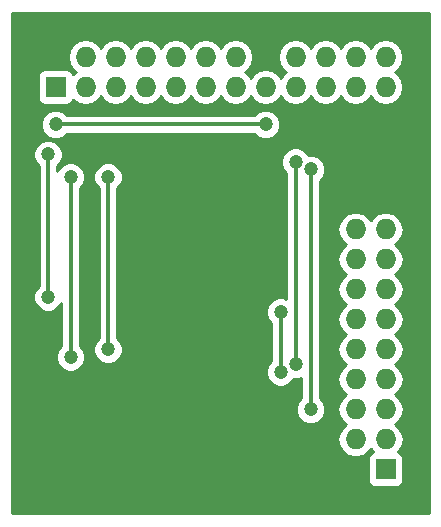
<source format=gbr>
G04 #@! TF.FileFunction,Copper,L1,Top,Signal*
%FSLAX46Y46*%
G04 Gerber Fmt 4.6, Leading zero omitted, Abs format (unit mm)*
G04 Created by KiCad (PCBNEW (2015-03-23 BZR 5533)-product) date Mon 17 Aug 2015 16:01:52 SAST*
%MOMM*%
G01*
G04 APERTURE LIST*
%ADD10C,0.100000*%
%ADD11R,1.727200X1.727200*%
%ADD12O,1.727200X1.727200*%
%ADD13C,1.200000*%
%ADD14C,0.300000*%
%ADD15C,0.254000*%
G04 APERTURE END LIST*
D10*
D11*
X81915000Y-81280000D03*
D12*
X81915000Y-78740000D03*
X84455000Y-81280000D03*
X84455000Y-78740000D03*
X86995000Y-81280000D03*
X86995000Y-78740000D03*
X89535000Y-81280000D03*
X89535000Y-78740000D03*
X92075000Y-81280000D03*
X92075000Y-78740000D03*
X94615000Y-81280000D03*
X94615000Y-78740000D03*
X97155000Y-81280000D03*
X97155000Y-78740000D03*
X99695000Y-81280000D03*
X99695000Y-78740000D03*
X102235000Y-81280000D03*
X102235000Y-78740000D03*
X104775000Y-81280000D03*
X104775000Y-78740000D03*
X107315000Y-81280000D03*
X107315000Y-78740000D03*
X109855000Y-81280000D03*
X109855000Y-78740000D03*
D11*
X109855000Y-113665000D03*
D12*
X107315000Y-113665000D03*
X109855000Y-111125000D03*
X107315000Y-111125000D03*
X109855000Y-108585000D03*
X107315000Y-108585000D03*
X109855000Y-106045000D03*
X107315000Y-106045000D03*
X109855000Y-103505000D03*
X107315000Y-103505000D03*
X109855000Y-100965000D03*
X107315000Y-100965000D03*
X109855000Y-98425000D03*
X107315000Y-98425000D03*
X109855000Y-95885000D03*
X107315000Y-95885000D03*
X109855000Y-93345000D03*
X107315000Y-93345000D03*
D13*
X99695000Y-84455000D03*
X81915000Y-84455000D03*
X81280000Y-86995000D03*
X81280000Y-99060000D03*
X86360000Y-88900000D03*
X86360000Y-103505000D03*
X83185000Y-88900000D03*
X83185000Y-104140000D03*
X100965000Y-100330000D03*
X100965000Y-105410000D03*
X102235000Y-87630000D03*
X102235000Y-104775000D03*
X103505000Y-88265000D03*
X103505000Y-108585000D03*
D14*
X81915000Y-84455000D02*
X99695000Y-84455000D01*
X81280000Y-99060000D02*
X81280000Y-86995000D01*
X86360000Y-88900000D02*
X86360000Y-103505000D01*
X83185000Y-104140000D02*
X83185000Y-88900000D01*
X100965000Y-100330000D02*
X100965000Y-105410000D01*
X102235000Y-103505000D02*
X102235000Y-87630000D01*
X102235000Y-104775000D02*
X102235000Y-103505000D01*
X103505000Y-107315000D02*
X103505000Y-88265000D01*
X103505000Y-108585000D02*
X103505000Y-107315000D01*
D15*
G36*
X113538000Y-117348000D02*
X111382959Y-117348000D01*
X111382959Y-111125000D01*
X111268885Y-110551511D01*
X110944029Y-110065330D01*
X110629248Y-109855000D01*
X110944029Y-109644670D01*
X111268885Y-109158489D01*
X111382959Y-108585000D01*
X111268885Y-108011511D01*
X110944029Y-107525330D01*
X110629248Y-107315000D01*
X110944029Y-107104670D01*
X111268885Y-106618489D01*
X111382959Y-106045000D01*
X111268885Y-105471511D01*
X110944029Y-104985330D01*
X110629248Y-104775000D01*
X110944029Y-104564670D01*
X111268885Y-104078489D01*
X111382959Y-103505000D01*
X111268885Y-102931511D01*
X110944029Y-102445330D01*
X110629248Y-102235000D01*
X110944029Y-102024670D01*
X111268885Y-101538489D01*
X111382959Y-100965000D01*
X111268885Y-100391511D01*
X110944029Y-99905330D01*
X110629248Y-99695000D01*
X110944029Y-99484670D01*
X111268885Y-98998489D01*
X111382959Y-98425000D01*
X111268885Y-97851511D01*
X110944029Y-97365330D01*
X110629248Y-97155000D01*
X110944029Y-96944670D01*
X111268885Y-96458489D01*
X111382959Y-95885000D01*
X111268885Y-95311511D01*
X110944029Y-94825330D01*
X110629248Y-94615000D01*
X110944029Y-94404670D01*
X111268885Y-93918489D01*
X111382959Y-93345000D01*
X111353600Y-93197402D01*
X111353600Y-81309359D01*
X111353600Y-81250641D01*
X111239526Y-80677152D01*
X110914670Y-80190971D01*
X110643827Y-80010000D01*
X110914670Y-79829029D01*
X111239526Y-79342848D01*
X111353600Y-78769359D01*
X111353600Y-78710641D01*
X111239526Y-78137152D01*
X110914670Y-77650971D01*
X110428489Y-77326115D01*
X109855000Y-77212041D01*
X109281511Y-77326115D01*
X108795330Y-77650971D01*
X108585000Y-77965751D01*
X108374670Y-77650971D01*
X107888489Y-77326115D01*
X107315000Y-77212041D01*
X106741511Y-77326115D01*
X106255330Y-77650971D01*
X106045000Y-77965751D01*
X105834670Y-77650971D01*
X105348489Y-77326115D01*
X104775000Y-77212041D01*
X104201511Y-77326115D01*
X103715330Y-77650971D01*
X103505000Y-77965751D01*
X103294670Y-77650971D01*
X102808489Y-77326115D01*
X102235000Y-77212041D01*
X101661511Y-77326115D01*
X101175330Y-77650971D01*
X100850474Y-78137152D01*
X100736400Y-78710641D01*
X100736400Y-78769359D01*
X100850474Y-79342848D01*
X101175330Y-79829029D01*
X101446172Y-80010000D01*
X101175330Y-80190971D01*
X100965000Y-80505751D01*
X100754670Y-80190971D01*
X100268489Y-79866115D01*
X99695000Y-79752041D01*
X99121511Y-79866115D01*
X98635330Y-80190971D01*
X98425000Y-80505751D01*
X98214670Y-80190971D01*
X97943827Y-80010000D01*
X98214670Y-79829029D01*
X98539526Y-79342848D01*
X98653600Y-78769359D01*
X98653600Y-78710641D01*
X98539526Y-78137152D01*
X98214670Y-77650971D01*
X97728489Y-77326115D01*
X97155000Y-77212041D01*
X96581511Y-77326115D01*
X96095330Y-77650971D01*
X95885000Y-77965751D01*
X95674670Y-77650971D01*
X95188489Y-77326115D01*
X94615000Y-77212041D01*
X94041511Y-77326115D01*
X93555330Y-77650971D01*
X93345000Y-77965751D01*
X93134670Y-77650971D01*
X92648489Y-77326115D01*
X92075000Y-77212041D01*
X91501511Y-77326115D01*
X91015330Y-77650971D01*
X90805000Y-77965751D01*
X90594670Y-77650971D01*
X90108489Y-77326115D01*
X89535000Y-77212041D01*
X88961511Y-77326115D01*
X88475330Y-77650971D01*
X88265000Y-77965751D01*
X88054670Y-77650971D01*
X87568489Y-77326115D01*
X86995000Y-77212041D01*
X86421511Y-77326115D01*
X85935330Y-77650971D01*
X85725000Y-77965751D01*
X85514670Y-77650971D01*
X85028489Y-77326115D01*
X84455000Y-77212041D01*
X83881511Y-77326115D01*
X83395330Y-77650971D01*
X83070474Y-78137152D01*
X82956400Y-78710641D01*
X82956400Y-78769359D01*
X83070474Y-79342848D01*
X83395330Y-79829029D01*
X83666172Y-80010000D01*
X83395330Y-80190971D01*
X83385233Y-80206081D01*
X83379063Y-80174277D01*
X83239273Y-79961473D01*
X83028240Y-79819023D01*
X82778600Y-79768960D01*
X81051400Y-79768960D01*
X80809277Y-79815937D01*
X80596473Y-79955727D01*
X80454023Y-80166760D01*
X80403960Y-80416400D01*
X80403960Y-82143600D01*
X80450937Y-82385723D01*
X80590727Y-82598527D01*
X80801760Y-82740977D01*
X81051400Y-82791040D01*
X82778600Y-82791040D01*
X83020723Y-82744063D01*
X83233527Y-82604273D01*
X83375977Y-82393240D01*
X83384179Y-82352340D01*
X83395330Y-82369029D01*
X83881511Y-82693885D01*
X84455000Y-82807959D01*
X85028489Y-82693885D01*
X85514670Y-82369029D01*
X85725000Y-82054248D01*
X85935330Y-82369029D01*
X86421511Y-82693885D01*
X86995000Y-82807959D01*
X87568489Y-82693885D01*
X88054670Y-82369029D01*
X88265000Y-82054248D01*
X88475330Y-82369029D01*
X88961511Y-82693885D01*
X89535000Y-82807959D01*
X90108489Y-82693885D01*
X90594670Y-82369029D01*
X90805000Y-82054248D01*
X91015330Y-82369029D01*
X91501511Y-82693885D01*
X92075000Y-82807959D01*
X92648489Y-82693885D01*
X93134670Y-82369029D01*
X93345000Y-82054248D01*
X93555330Y-82369029D01*
X94041511Y-82693885D01*
X94615000Y-82807959D01*
X95188489Y-82693885D01*
X95674670Y-82369029D01*
X95885000Y-82054248D01*
X96095330Y-82369029D01*
X96581511Y-82693885D01*
X97155000Y-82807959D01*
X97728489Y-82693885D01*
X98214670Y-82369029D01*
X98425000Y-82054248D01*
X98635330Y-82369029D01*
X99121511Y-82693885D01*
X99695000Y-82807959D01*
X100268489Y-82693885D01*
X100754670Y-82369029D01*
X100965000Y-82054248D01*
X101175330Y-82369029D01*
X101661511Y-82693885D01*
X102235000Y-82807959D01*
X102808489Y-82693885D01*
X103294670Y-82369029D01*
X103505000Y-82054248D01*
X103715330Y-82369029D01*
X104201511Y-82693885D01*
X104775000Y-82807959D01*
X105348489Y-82693885D01*
X105834670Y-82369029D01*
X106045000Y-82054248D01*
X106255330Y-82369029D01*
X106741511Y-82693885D01*
X107315000Y-82807959D01*
X107888489Y-82693885D01*
X108374670Y-82369029D01*
X108585000Y-82054248D01*
X108795330Y-82369029D01*
X109281511Y-82693885D01*
X109855000Y-82807959D01*
X110428489Y-82693885D01*
X110914670Y-82369029D01*
X111239526Y-81882848D01*
X111353600Y-81309359D01*
X111353600Y-93197402D01*
X111268885Y-92771511D01*
X110944029Y-92285330D01*
X110457848Y-91960474D01*
X109884359Y-91846400D01*
X109825641Y-91846400D01*
X109252152Y-91960474D01*
X108765971Y-92285330D01*
X108585000Y-92556172D01*
X108404029Y-92285330D01*
X107917848Y-91960474D01*
X107344359Y-91846400D01*
X107285641Y-91846400D01*
X106712152Y-91960474D01*
X106225971Y-92285330D01*
X105901115Y-92771511D01*
X105787041Y-93345000D01*
X105901115Y-93918489D01*
X106225971Y-94404670D01*
X106540751Y-94615000D01*
X106225971Y-94825330D01*
X105901115Y-95311511D01*
X105787041Y-95885000D01*
X105901115Y-96458489D01*
X106225971Y-96944670D01*
X106540751Y-97155000D01*
X106225971Y-97365330D01*
X105901115Y-97851511D01*
X105787041Y-98425000D01*
X105901115Y-98998489D01*
X106225971Y-99484670D01*
X106540751Y-99695000D01*
X106225971Y-99905330D01*
X105901115Y-100391511D01*
X105787041Y-100965000D01*
X105901115Y-101538489D01*
X106225971Y-102024670D01*
X106540751Y-102235000D01*
X106225971Y-102445330D01*
X105901115Y-102931511D01*
X105787041Y-103505000D01*
X105901115Y-104078489D01*
X106225971Y-104564670D01*
X106540751Y-104775000D01*
X106225971Y-104985330D01*
X105901115Y-105471511D01*
X105787041Y-106045000D01*
X105901115Y-106618489D01*
X106225971Y-107104670D01*
X106540751Y-107315000D01*
X106225971Y-107525330D01*
X105901115Y-108011511D01*
X105787041Y-108585000D01*
X105901115Y-109158489D01*
X106225971Y-109644670D01*
X106540751Y-109855000D01*
X106225971Y-110065330D01*
X105901115Y-110551511D01*
X105787041Y-111125000D01*
X105901115Y-111698489D01*
X106225971Y-112184670D01*
X106712152Y-112509526D01*
X107285641Y-112623600D01*
X107344359Y-112623600D01*
X107917848Y-112509526D01*
X108404029Y-112184670D01*
X108585000Y-111913827D01*
X108765971Y-112184670D01*
X108781081Y-112194766D01*
X108749277Y-112200937D01*
X108536473Y-112340727D01*
X108394023Y-112551760D01*
X108343960Y-112801400D01*
X108343960Y-114528600D01*
X108390937Y-114770723D01*
X108530727Y-114983527D01*
X108741760Y-115125977D01*
X108991400Y-115176040D01*
X110718600Y-115176040D01*
X110960723Y-115129063D01*
X111173527Y-114989273D01*
X111315977Y-114778240D01*
X111366040Y-114528600D01*
X111366040Y-112801400D01*
X111319063Y-112559277D01*
X111179273Y-112346473D01*
X110968240Y-112204023D01*
X110927340Y-112195820D01*
X110944029Y-112184670D01*
X111268885Y-111698489D01*
X111382959Y-111125000D01*
X111382959Y-117348000D01*
X104740214Y-117348000D01*
X104740214Y-108340421D01*
X104552592Y-107886343D01*
X104290000Y-107623291D01*
X104290000Y-107315000D01*
X104290000Y-89226399D01*
X104551371Y-88965485D01*
X104739785Y-88511734D01*
X104740214Y-88020421D01*
X104552592Y-87566343D01*
X104205485Y-87218629D01*
X103751734Y-87030215D01*
X103323290Y-87029840D01*
X103282592Y-86931343D01*
X102935485Y-86583629D01*
X102481734Y-86395215D01*
X101990421Y-86394786D01*
X101536343Y-86582408D01*
X101188629Y-86929515D01*
X101000215Y-87383266D01*
X100999786Y-87874579D01*
X101187408Y-88328657D01*
X101450000Y-88591708D01*
X101450000Y-99194151D01*
X101211734Y-99095215D01*
X100930214Y-99094969D01*
X100930214Y-84210421D01*
X100742592Y-83756343D01*
X100395485Y-83408629D01*
X99941734Y-83220215D01*
X99450421Y-83219786D01*
X98996343Y-83407408D01*
X98733291Y-83670000D01*
X82876399Y-83670000D01*
X82615485Y-83408629D01*
X82161734Y-83220215D01*
X81670421Y-83219786D01*
X81216343Y-83407408D01*
X80868629Y-83754515D01*
X80680215Y-84208266D01*
X80679786Y-84699579D01*
X80867408Y-85153657D01*
X81214515Y-85501371D01*
X81668266Y-85689785D01*
X82159579Y-85690214D01*
X82613657Y-85502592D01*
X82876708Y-85240000D01*
X98733600Y-85240000D01*
X98994515Y-85501371D01*
X99448266Y-85689785D01*
X99939579Y-85690214D01*
X100393657Y-85502592D01*
X100741371Y-85155485D01*
X100929785Y-84701734D01*
X100930214Y-84210421D01*
X100930214Y-99094969D01*
X100720421Y-99094786D01*
X100266343Y-99282408D01*
X99918629Y-99629515D01*
X99730215Y-100083266D01*
X99729786Y-100574579D01*
X99917408Y-101028657D01*
X100180000Y-101291708D01*
X100180000Y-104448600D01*
X99918629Y-104709515D01*
X99730215Y-105163266D01*
X99729786Y-105654579D01*
X99917408Y-106108657D01*
X100264515Y-106456371D01*
X100718266Y-106644785D01*
X101209579Y-106645214D01*
X101663657Y-106457592D01*
X102011371Y-106110485D01*
X102053161Y-106009841D01*
X102479579Y-106010214D01*
X102720000Y-105910873D01*
X102720000Y-107315000D01*
X102720000Y-107623600D01*
X102458629Y-107884515D01*
X102270215Y-108338266D01*
X102269786Y-108829579D01*
X102457408Y-109283657D01*
X102804515Y-109631371D01*
X103258266Y-109819785D01*
X103749579Y-109820214D01*
X104203657Y-109632592D01*
X104551371Y-109285485D01*
X104739785Y-108831734D01*
X104740214Y-108340421D01*
X104740214Y-117348000D01*
X87595214Y-117348000D01*
X87595214Y-103260421D01*
X87407592Y-102806343D01*
X87145000Y-102543291D01*
X87145000Y-89861399D01*
X87406371Y-89600485D01*
X87594785Y-89146734D01*
X87595214Y-88655421D01*
X87407592Y-88201343D01*
X87060485Y-87853629D01*
X86606734Y-87665215D01*
X86115421Y-87664786D01*
X85661343Y-87852408D01*
X85313629Y-88199515D01*
X85125215Y-88653266D01*
X85124786Y-89144579D01*
X85312408Y-89598657D01*
X85575000Y-89861708D01*
X85575000Y-102543600D01*
X85313629Y-102804515D01*
X85125215Y-103258266D01*
X85124786Y-103749579D01*
X85312408Y-104203657D01*
X85659515Y-104551371D01*
X86113266Y-104739785D01*
X86604579Y-104740214D01*
X87058657Y-104552592D01*
X87406371Y-104205485D01*
X87594785Y-103751734D01*
X87595214Y-103260421D01*
X87595214Y-117348000D01*
X84420214Y-117348000D01*
X84420214Y-103895421D01*
X84232592Y-103441343D01*
X83970000Y-103178291D01*
X83970000Y-89861399D01*
X84231371Y-89600485D01*
X84419785Y-89146734D01*
X84420214Y-88655421D01*
X84232592Y-88201343D01*
X83885485Y-87853629D01*
X83431734Y-87665215D01*
X82940421Y-87664786D01*
X82486343Y-87852408D01*
X82138629Y-88199515D01*
X82065000Y-88376833D01*
X82065000Y-87956399D01*
X82326371Y-87695485D01*
X82514785Y-87241734D01*
X82515214Y-86750421D01*
X82327592Y-86296343D01*
X81980485Y-85948629D01*
X81526734Y-85760215D01*
X81035421Y-85759786D01*
X80581343Y-85947408D01*
X80233629Y-86294515D01*
X80045215Y-86748266D01*
X80044786Y-87239579D01*
X80232408Y-87693657D01*
X80495000Y-87956708D01*
X80495000Y-98098600D01*
X80233629Y-98359515D01*
X80045215Y-98813266D01*
X80044786Y-99304579D01*
X80232408Y-99758657D01*
X80579515Y-100106371D01*
X81033266Y-100294785D01*
X81524579Y-100295214D01*
X81978657Y-100107592D01*
X82326371Y-99760485D01*
X82400000Y-99583166D01*
X82400000Y-103178600D01*
X82138629Y-103439515D01*
X81950215Y-103893266D01*
X81949786Y-104384579D01*
X82137408Y-104838657D01*
X82484515Y-105186371D01*
X82938266Y-105374785D01*
X83429579Y-105375214D01*
X83883657Y-105187592D01*
X84231371Y-104840485D01*
X84419785Y-104386734D01*
X84420214Y-103895421D01*
X84420214Y-117348000D01*
X78232000Y-117348000D01*
X78232000Y-75057000D01*
X113538000Y-75057000D01*
X113538000Y-117348000D01*
X113538000Y-117348000D01*
G37*
X113538000Y-117348000D02*
X111382959Y-117348000D01*
X111382959Y-111125000D01*
X111268885Y-110551511D01*
X110944029Y-110065330D01*
X110629248Y-109855000D01*
X110944029Y-109644670D01*
X111268885Y-109158489D01*
X111382959Y-108585000D01*
X111268885Y-108011511D01*
X110944029Y-107525330D01*
X110629248Y-107315000D01*
X110944029Y-107104670D01*
X111268885Y-106618489D01*
X111382959Y-106045000D01*
X111268885Y-105471511D01*
X110944029Y-104985330D01*
X110629248Y-104775000D01*
X110944029Y-104564670D01*
X111268885Y-104078489D01*
X111382959Y-103505000D01*
X111268885Y-102931511D01*
X110944029Y-102445330D01*
X110629248Y-102235000D01*
X110944029Y-102024670D01*
X111268885Y-101538489D01*
X111382959Y-100965000D01*
X111268885Y-100391511D01*
X110944029Y-99905330D01*
X110629248Y-99695000D01*
X110944029Y-99484670D01*
X111268885Y-98998489D01*
X111382959Y-98425000D01*
X111268885Y-97851511D01*
X110944029Y-97365330D01*
X110629248Y-97155000D01*
X110944029Y-96944670D01*
X111268885Y-96458489D01*
X111382959Y-95885000D01*
X111268885Y-95311511D01*
X110944029Y-94825330D01*
X110629248Y-94615000D01*
X110944029Y-94404670D01*
X111268885Y-93918489D01*
X111382959Y-93345000D01*
X111353600Y-93197402D01*
X111353600Y-81309359D01*
X111353600Y-81250641D01*
X111239526Y-80677152D01*
X110914670Y-80190971D01*
X110643827Y-80010000D01*
X110914670Y-79829029D01*
X111239526Y-79342848D01*
X111353600Y-78769359D01*
X111353600Y-78710641D01*
X111239526Y-78137152D01*
X110914670Y-77650971D01*
X110428489Y-77326115D01*
X109855000Y-77212041D01*
X109281511Y-77326115D01*
X108795330Y-77650971D01*
X108585000Y-77965751D01*
X108374670Y-77650971D01*
X107888489Y-77326115D01*
X107315000Y-77212041D01*
X106741511Y-77326115D01*
X106255330Y-77650971D01*
X106045000Y-77965751D01*
X105834670Y-77650971D01*
X105348489Y-77326115D01*
X104775000Y-77212041D01*
X104201511Y-77326115D01*
X103715330Y-77650971D01*
X103505000Y-77965751D01*
X103294670Y-77650971D01*
X102808489Y-77326115D01*
X102235000Y-77212041D01*
X101661511Y-77326115D01*
X101175330Y-77650971D01*
X100850474Y-78137152D01*
X100736400Y-78710641D01*
X100736400Y-78769359D01*
X100850474Y-79342848D01*
X101175330Y-79829029D01*
X101446172Y-80010000D01*
X101175330Y-80190971D01*
X100965000Y-80505751D01*
X100754670Y-80190971D01*
X100268489Y-79866115D01*
X99695000Y-79752041D01*
X99121511Y-79866115D01*
X98635330Y-80190971D01*
X98425000Y-80505751D01*
X98214670Y-80190971D01*
X97943827Y-80010000D01*
X98214670Y-79829029D01*
X98539526Y-79342848D01*
X98653600Y-78769359D01*
X98653600Y-78710641D01*
X98539526Y-78137152D01*
X98214670Y-77650971D01*
X97728489Y-77326115D01*
X97155000Y-77212041D01*
X96581511Y-77326115D01*
X96095330Y-77650971D01*
X95885000Y-77965751D01*
X95674670Y-77650971D01*
X95188489Y-77326115D01*
X94615000Y-77212041D01*
X94041511Y-77326115D01*
X93555330Y-77650971D01*
X93345000Y-77965751D01*
X93134670Y-77650971D01*
X92648489Y-77326115D01*
X92075000Y-77212041D01*
X91501511Y-77326115D01*
X91015330Y-77650971D01*
X90805000Y-77965751D01*
X90594670Y-77650971D01*
X90108489Y-77326115D01*
X89535000Y-77212041D01*
X88961511Y-77326115D01*
X88475330Y-77650971D01*
X88265000Y-77965751D01*
X88054670Y-77650971D01*
X87568489Y-77326115D01*
X86995000Y-77212041D01*
X86421511Y-77326115D01*
X85935330Y-77650971D01*
X85725000Y-77965751D01*
X85514670Y-77650971D01*
X85028489Y-77326115D01*
X84455000Y-77212041D01*
X83881511Y-77326115D01*
X83395330Y-77650971D01*
X83070474Y-78137152D01*
X82956400Y-78710641D01*
X82956400Y-78769359D01*
X83070474Y-79342848D01*
X83395330Y-79829029D01*
X83666172Y-80010000D01*
X83395330Y-80190971D01*
X83385233Y-80206081D01*
X83379063Y-80174277D01*
X83239273Y-79961473D01*
X83028240Y-79819023D01*
X82778600Y-79768960D01*
X81051400Y-79768960D01*
X80809277Y-79815937D01*
X80596473Y-79955727D01*
X80454023Y-80166760D01*
X80403960Y-80416400D01*
X80403960Y-82143600D01*
X80450937Y-82385723D01*
X80590727Y-82598527D01*
X80801760Y-82740977D01*
X81051400Y-82791040D01*
X82778600Y-82791040D01*
X83020723Y-82744063D01*
X83233527Y-82604273D01*
X83375977Y-82393240D01*
X83384179Y-82352340D01*
X83395330Y-82369029D01*
X83881511Y-82693885D01*
X84455000Y-82807959D01*
X85028489Y-82693885D01*
X85514670Y-82369029D01*
X85725000Y-82054248D01*
X85935330Y-82369029D01*
X86421511Y-82693885D01*
X86995000Y-82807959D01*
X87568489Y-82693885D01*
X88054670Y-82369029D01*
X88265000Y-82054248D01*
X88475330Y-82369029D01*
X88961511Y-82693885D01*
X89535000Y-82807959D01*
X90108489Y-82693885D01*
X90594670Y-82369029D01*
X90805000Y-82054248D01*
X91015330Y-82369029D01*
X91501511Y-82693885D01*
X92075000Y-82807959D01*
X92648489Y-82693885D01*
X93134670Y-82369029D01*
X93345000Y-82054248D01*
X93555330Y-82369029D01*
X94041511Y-82693885D01*
X94615000Y-82807959D01*
X95188489Y-82693885D01*
X95674670Y-82369029D01*
X95885000Y-82054248D01*
X96095330Y-82369029D01*
X96581511Y-82693885D01*
X97155000Y-82807959D01*
X97728489Y-82693885D01*
X98214670Y-82369029D01*
X98425000Y-82054248D01*
X98635330Y-82369029D01*
X99121511Y-82693885D01*
X99695000Y-82807959D01*
X100268489Y-82693885D01*
X100754670Y-82369029D01*
X100965000Y-82054248D01*
X101175330Y-82369029D01*
X101661511Y-82693885D01*
X102235000Y-82807959D01*
X102808489Y-82693885D01*
X103294670Y-82369029D01*
X103505000Y-82054248D01*
X103715330Y-82369029D01*
X104201511Y-82693885D01*
X104775000Y-82807959D01*
X105348489Y-82693885D01*
X105834670Y-82369029D01*
X106045000Y-82054248D01*
X106255330Y-82369029D01*
X106741511Y-82693885D01*
X107315000Y-82807959D01*
X107888489Y-82693885D01*
X108374670Y-82369029D01*
X108585000Y-82054248D01*
X108795330Y-82369029D01*
X109281511Y-82693885D01*
X109855000Y-82807959D01*
X110428489Y-82693885D01*
X110914670Y-82369029D01*
X111239526Y-81882848D01*
X111353600Y-81309359D01*
X111353600Y-93197402D01*
X111268885Y-92771511D01*
X110944029Y-92285330D01*
X110457848Y-91960474D01*
X109884359Y-91846400D01*
X109825641Y-91846400D01*
X109252152Y-91960474D01*
X108765971Y-92285330D01*
X108585000Y-92556172D01*
X108404029Y-92285330D01*
X107917848Y-91960474D01*
X107344359Y-91846400D01*
X107285641Y-91846400D01*
X106712152Y-91960474D01*
X106225971Y-92285330D01*
X105901115Y-92771511D01*
X105787041Y-93345000D01*
X105901115Y-93918489D01*
X106225971Y-94404670D01*
X106540751Y-94615000D01*
X106225971Y-94825330D01*
X105901115Y-95311511D01*
X105787041Y-95885000D01*
X105901115Y-96458489D01*
X106225971Y-96944670D01*
X106540751Y-97155000D01*
X106225971Y-97365330D01*
X105901115Y-97851511D01*
X105787041Y-98425000D01*
X105901115Y-98998489D01*
X106225971Y-99484670D01*
X106540751Y-99695000D01*
X106225971Y-99905330D01*
X105901115Y-100391511D01*
X105787041Y-100965000D01*
X105901115Y-101538489D01*
X106225971Y-102024670D01*
X106540751Y-102235000D01*
X106225971Y-102445330D01*
X105901115Y-102931511D01*
X105787041Y-103505000D01*
X105901115Y-104078489D01*
X106225971Y-104564670D01*
X106540751Y-104775000D01*
X106225971Y-104985330D01*
X105901115Y-105471511D01*
X105787041Y-106045000D01*
X105901115Y-106618489D01*
X106225971Y-107104670D01*
X106540751Y-107315000D01*
X106225971Y-107525330D01*
X105901115Y-108011511D01*
X105787041Y-108585000D01*
X105901115Y-109158489D01*
X106225971Y-109644670D01*
X106540751Y-109855000D01*
X106225971Y-110065330D01*
X105901115Y-110551511D01*
X105787041Y-111125000D01*
X105901115Y-111698489D01*
X106225971Y-112184670D01*
X106712152Y-112509526D01*
X107285641Y-112623600D01*
X107344359Y-112623600D01*
X107917848Y-112509526D01*
X108404029Y-112184670D01*
X108585000Y-111913827D01*
X108765971Y-112184670D01*
X108781081Y-112194766D01*
X108749277Y-112200937D01*
X108536473Y-112340727D01*
X108394023Y-112551760D01*
X108343960Y-112801400D01*
X108343960Y-114528600D01*
X108390937Y-114770723D01*
X108530727Y-114983527D01*
X108741760Y-115125977D01*
X108991400Y-115176040D01*
X110718600Y-115176040D01*
X110960723Y-115129063D01*
X111173527Y-114989273D01*
X111315977Y-114778240D01*
X111366040Y-114528600D01*
X111366040Y-112801400D01*
X111319063Y-112559277D01*
X111179273Y-112346473D01*
X110968240Y-112204023D01*
X110927340Y-112195820D01*
X110944029Y-112184670D01*
X111268885Y-111698489D01*
X111382959Y-111125000D01*
X111382959Y-117348000D01*
X104740214Y-117348000D01*
X104740214Y-108340421D01*
X104552592Y-107886343D01*
X104290000Y-107623291D01*
X104290000Y-107315000D01*
X104290000Y-89226399D01*
X104551371Y-88965485D01*
X104739785Y-88511734D01*
X104740214Y-88020421D01*
X104552592Y-87566343D01*
X104205485Y-87218629D01*
X103751734Y-87030215D01*
X103323290Y-87029840D01*
X103282592Y-86931343D01*
X102935485Y-86583629D01*
X102481734Y-86395215D01*
X101990421Y-86394786D01*
X101536343Y-86582408D01*
X101188629Y-86929515D01*
X101000215Y-87383266D01*
X100999786Y-87874579D01*
X101187408Y-88328657D01*
X101450000Y-88591708D01*
X101450000Y-99194151D01*
X101211734Y-99095215D01*
X100930214Y-99094969D01*
X100930214Y-84210421D01*
X100742592Y-83756343D01*
X100395485Y-83408629D01*
X99941734Y-83220215D01*
X99450421Y-83219786D01*
X98996343Y-83407408D01*
X98733291Y-83670000D01*
X82876399Y-83670000D01*
X82615485Y-83408629D01*
X82161734Y-83220215D01*
X81670421Y-83219786D01*
X81216343Y-83407408D01*
X80868629Y-83754515D01*
X80680215Y-84208266D01*
X80679786Y-84699579D01*
X80867408Y-85153657D01*
X81214515Y-85501371D01*
X81668266Y-85689785D01*
X82159579Y-85690214D01*
X82613657Y-85502592D01*
X82876708Y-85240000D01*
X98733600Y-85240000D01*
X98994515Y-85501371D01*
X99448266Y-85689785D01*
X99939579Y-85690214D01*
X100393657Y-85502592D01*
X100741371Y-85155485D01*
X100929785Y-84701734D01*
X100930214Y-84210421D01*
X100930214Y-99094969D01*
X100720421Y-99094786D01*
X100266343Y-99282408D01*
X99918629Y-99629515D01*
X99730215Y-100083266D01*
X99729786Y-100574579D01*
X99917408Y-101028657D01*
X100180000Y-101291708D01*
X100180000Y-104448600D01*
X99918629Y-104709515D01*
X99730215Y-105163266D01*
X99729786Y-105654579D01*
X99917408Y-106108657D01*
X100264515Y-106456371D01*
X100718266Y-106644785D01*
X101209579Y-106645214D01*
X101663657Y-106457592D01*
X102011371Y-106110485D01*
X102053161Y-106009841D01*
X102479579Y-106010214D01*
X102720000Y-105910873D01*
X102720000Y-107315000D01*
X102720000Y-107623600D01*
X102458629Y-107884515D01*
X102270215Y-108338266D01*
X102269786Y-108829579D01*
X102457408Y-109283657D01*
X102804515Y-109631371D01*
X103258266Y-109819785D01*
X103749579Y-109820214D01*
X104203657Y-109632592D01*
X104551371Y-109285485D01*
X104739785Y-108831734D01*
X104740214Y-108340421D01*
X104740214Y-117348000D01*
X87595214Y-117348000D01*
X87595214Y-103260421D01*
X87407592Y-102806343D01*
X87145000Y-102543291D01*
X87145000Y-89861399D01*
X87406371Y-89600485D01*
X87594785Y-89146734D01*
X87595214Y-88655421D01*
X87407592Y-88201343D01*
X87060485Y-87853629D01*
X86606734Y-87665215D01*
X86115421Y-87664786D01*
X85661343Y-87852408D01*
X85313629Y-88199515D01*
X85125215Y-88653266D01*
X85124786Y-89144579D01*
X85312408Y-89598657D01*
X85575000Y-89861708D01*
X85575000Y-102543600D01*
X85313629Y-102804515D01*
X85125215Y-103258266D01*
X85124786Y-103749579D01*
X85312408Y-104203657D01*
X85659515Y-104551371D01*
X86113266Y-104739785D01*
X86604579Y-104740214D01*
X87058657Y-104552592D01*
X87406371Y-104205485D01*
X87594785Y-103751734D01*
X87595214Y-103260421D01*
X87595214Y-117348000D01*
X84420214Y-117348000D01*
X84420214Y-103895421D01*
X84232592Y-103441343D01*
X83970000Y-103178291D01*
X83970000Y-89861399D01*
X84231371Y-89600485D01*
X84419785Y-89146734D01*
X84420214Y-88655421D01*
X84232592Y-88201343D01*
X83885485Y-87853629D01*
X83431734Y-87665215D01*
X82940421Y-87664786D01*
X82486343Y-87852408D01*
X82138629Y-88199515D01*
X82065000Y-88376833D01*
X82065000Y-87956399D01*
X82326371Y-87695485D01*
X82514785Y-87241734D01*
X82515214Y-86750421D01*
X82327592Y-86296343D01*
X81980485Y-85948629D01*
X81526734Y-85760215D01*
X81035421Y-85759786D01*
X80581343Y-85947408D01*
X80233629Y-86294515D01*
X80045215Y-86748266D01*
X80044786Y-87239579D01*
X80232408Y-87693657D01*
X80495000Y-87956708D01*
X80495000Y-98098600D01*
X80233629Y-98359515D01*
X80045215Y-98813266D01*
X80044786Y-99304579D01*
X80232408Y-99758657D01*
X80579515Y-100106371D01*
X81033266Y-100294785D01*
X81524579Y-100295214D01*
X81978657Y-100107592D01*
X82326371Y-99760485D01*
X82400000Y-99583166D01*
X82400000Y-103178600D01*
X82138629Y-103439515D01*
X81950215Y-103893266D01*
X81949786Y-104384579D01*
X82137408Y-104838657D01*
X82484515Y-105186371D01*
X82938266Y-105374785D01*
X83429579Y-105375214D01*
X83883657Y-105187592D01*
X84231371Y-104840485D01*
X84419785Y-104386734D01*
X84420214Y-103895421D01*
X84420214Y-117348000D01*
X78232000Y-117348000D01*
X78232000Y-75057000D01*
X113538000Y-75057000D01*
X113538000Y-117348000D01*
M02*

</source>
